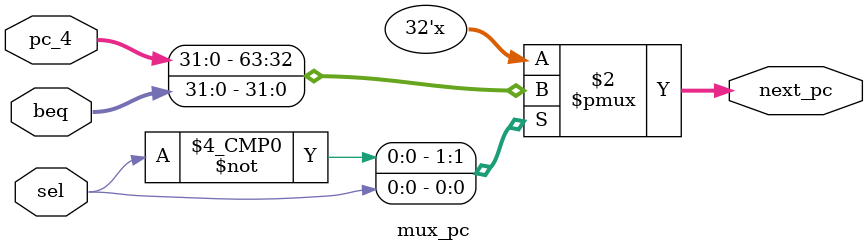
<source format=v>
`timescale 1ns / 1ps

module mux_pc(pc_4,beq,next_pc,sel);
input wire [31:0] pc_4;
input wire [31:0] beq;
output [31:0] next_pc;
input sel;

reg [31:0] next_pc;


always @(pc_4,beq,sel)
begin
    case(sel)
        1'b0:next_pc = pc_4;
        1'b1:next_pc = beq;
     endcase   
end

endmodule

</source>
